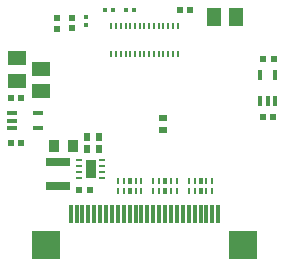
<source format=gtp>
G04*
G04 #@! TF.GenerationSoftware,Altium Limited,Altium Designer,20.0.13 (296)*
G04*
G04 Layer_Color=8421504*
%FSLAX44Y44*%
%MOMM*%
G71*
G01*
G75*
%ADD14R,0.3500X0.8500*%
%ADD15R,0.5000X0.2800*%
%ADD16R,0.9000X1.6000*%
%ADD17R,0.8500X0.3500*%
%ADD18R,0.5500X0.6500*%
%ADD19R,0.6500X0.5500*%
%ADD20R,2.0000X0.8000*%
%ADD21R,0.2200X0.5000*%
%ADD22R,2.4000X2.4000*%
%ADD23R,0.3000X1.6000*%
%ADD24R,2.4000X2.4000*%
%ADD25R,1.3000X1.5000*%
%ADD26R,1.5000X1.3000*%
G04:AMPARAMS|DCode=27|XSize=0.2mm|YSize=0.565mm|CornerRadius=0.05mm|HoleSize=0mm|Usage=FLASHONLY|Rotation=180.000|XOffset=0mm|YOffset=0mm|HoleType=Round|Shape=RoundedRectangle|*
%AMROUNDEDRECTD27*
21,1,0.2000,0.4650,0,0,180.0*
21,1,0.1000,0.5650,0,0,180.0*
1,1,0.1000,-0.0500,0.2325*
1,1,0.1000,0.0500,0.2325*
1,1,0.1000,0.0500,-0.2325*
1,1,0.1000,-0.0500,-0.2325*
%
%ADD27ROUNDEDRECTD27*%
G04:AMPARAMS|DCode=28|XSize=0.4mm|YSize=0.565mm|CornerRadius=0.05mm|HoleSize=0mm|Usage=FLASHONLY|Rotation=180.000|XOffset=0mm|YOffset=0mm|HoleType=Round|Shape=RoundedRectangle|*
%AMROUNDEDRECTD28*
21,1,0.4000,0.4650,0,0,180.0*
21,1,0.3000,0.5650,0,0,180.0*
1,1,0.1000,-0.1500,0.2325*
1,1,0.1000,0.1500,0.2325*
1,1,0.1000,0.1500,-0.2325*
1,1,0.1000,-0.1500,-0.2325*
%
%ADD28ROUNDEDRECTD28*%
%ADD29R,0.6200X0.6200*%
%ADD30R,0.9000X1.0000*%
%ADD31R,0.4600X0.4200*%
%ADD32R,0.6200X0.6200*%
%ADD33R,0.4200X0.4600*%
D14*
X110875Y58250D02*
D03*
Y36250D02*
D03*
X97875Y58250D02*
D03*
Y36250D02*
D03*
X104375D02*
D03*
D15*
X-55000Y-13700D02*
D03*
Y-18700D02*
D03*
Y-23700D02*
D03*
Y-28700D02*
D03*
X-36000Y-13700D02*
D03*
Y-18700D02*
D03*
Y-23700D02*
D03*
Y-28700D02*
D03*
D16*
X-45500Y-21200D02*
D03*
D17*
X-112300Y19600D02*
D03*
Y26100D02*
D03*
X-90300D02*
D03*
X-112300Y13100D02*
D03*
X-90300D02*
D03*
D18*
X-38768Y5875D02*
D03*
X-48768D02*
D03*
X-48461Y-4665D02*
D03*
X-38461D02*
D03*
D19*
X15500Y11625D02*
D03*
Y21625D02*
D03*
D20*
X-73100Y-15500D02*
D03*
Y-35500D02*
D03*
D21*
X8000Y99700D02*
D03*
X12000D02*
D03*
X28000Y75700D02*
D03*
X24000D02*
D03*
X20000D02*
D03*
X16000D02*
D03*
X12000D02*
D03*
X8000D02*
D03*
X4000D02*
D03*
X0D02*
D03*
X-4000D02*
D03*
X-8000D02*
D03*
X-12000D02*
D03*
X-16000D02*
D03*
X-20000D02*
D03*
X-24000D02*
D03*
X-28000D02*
D03*
Y99700D02*
D03*
X-24000D02*
D03*
X-20000D02*
D03*
X-16000D02*
D03*
X-12000D02*
D03*
X-8000D02*
D03*
X-4000D02*
D03*
X0D02*
D03*
X4000D02*
D03*
X16000D02*
D03*
X20000D02*
D03*
X24000D02*
D03*
X28000D02*
D03*
D22*
X83500Y-86010D02*
D03*
D23*
X57500Y-59510D02*
D03*
X62500D02*
D03*
X37500D02*
D03*
X42500D02*
D03*
X47500D02*
D03*
X52500D02*
D03*
X-2500D02*
D03*
X-62500D02*
D03*
X-57500D02*
D03*
X-52500D02*
D03*
X-47500D02*
D03*
X-42500D02*
D03*
X-37500D02*
D03*
X-32500D02*
D03*
X-27500D02*
D03*
X-22500D02*
D03*
X-17500D02*
D03*
X-12500D02*
D03*
X-7500D02*
D03*
X2500D02*
D03*
X7500D02*
D03*
X12500D02*
D03*
X17500D02*
D03*
X22500D02*
D03*
X27500D02*
D03*
X32500D02*
D03*
D24*
X-83500Y-86010D02*
D03*
D25*
X77815Y107738D02*
D03*
X58815D02*
D03*
D26*
X-108300Y53300D02*
D03*
Y72300D02*
D03*
X-87700Y44800D02*
D03*
Y63800D02*
D03*
D27*
X-2500Y-39650D02*
D03*
X-7500D02*
D03*
X-17500D02*
D03*
X-22500D02*
D03*
Y-31300D02*
D03*
X-17500D02*
D03*
X-7500D02*
D03*
X-2500D02*
D03*
X27500Y-39650D02*
D03*
X22500D02*
D03*
X12500D02*
D03*
X7500D02*
D03*
Y-31300D02*
D03*
X12500D02*
D03*
X22500D02*
D03*
X27500D02*
D03*
X57500Y-39650D02*
D03*
X52500D02*
D03*
X42500D02*
D03*
X37500D02*
D03*
Y-31300D02*
D03*
X42500D02*
D03*
X52500D02*
D03*
X57500D02*
D03*
D28*
X-12500Y-39650D02*
D03*
Y-31300D02*
D03*
X17500Y-39650D02*
D03*
Y-31300D02*
D03*
X47500Y-39650D02*
D03*
Y-31300D02*
D03*
D29*
X109375Y71904D02*
D03*
X100375D02*
D03*
X109125Y22875D02*
D03*
X100125D02*
D03*
X-46000Y-38625D02*
D03*
X-55000D02*
D03*
X-113200Y39100D02*
D03*
X-104200D02*
D03*
X-104375Y1125D02*
D03*
X-113375D02*
D03*
X38750Y113750D02*
D03*
X29750D02*
D03*
D30*
X-60400Y-2000D02*
D03*
X-76400D02*
D03*
D31*
X-15675Y113341D02*
D03*
X-9075D02*
D03*
X-33100Y113375D02*
D03*
X-26500D02*
D03*
D32*
X-73700Y97600D02*
D03*
Y106600D02*
D03*
X-61100Y106700D02*
D03*
Y97700D02*
D03*
D33*
X-49601Y107662D02*
D03*
Y101062D02*
D03*
M02*

</source>
